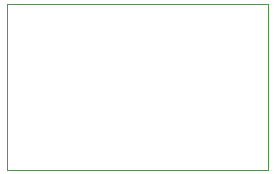
<source format=gbr>
%TF.GenerationSoftware,KiCad,Pcbnew,8.0.9*%
%TF.CreationDate,2025-05-14T11:38:39+02:00*%
%TF.ProjectId,MiniJack2Jumper,4d696e69-4a61-4636-9b32-4a756d706572,rev?*%
%TF.SameCoordinates,Original*%
%TF.FileFunction,Profile,NP*%
%FSLAX46Y46*%
G04 Gerber Fmt 4.6, Leading zero omitted, Abs format (unit mm)*
G04 Created by KiCad (PCBNEW 8.0.9) date 2025-05-14 11:38:39*
%MOMM*%
%LPD*%
G01*
G04 APERTURE LIST*
%TA.AperFunction,Profile*%
%ADD10C,0.050000*%
%TD*%
G04 APERTURE END LIST*
D10*
X125400000Y-88700000D02*
X147500000Y-88700000D01*
X147500000Y-102700000D01*
X125400000Y-102700000D01*
X125400000Y-88700000D01*
M02*

</source>
